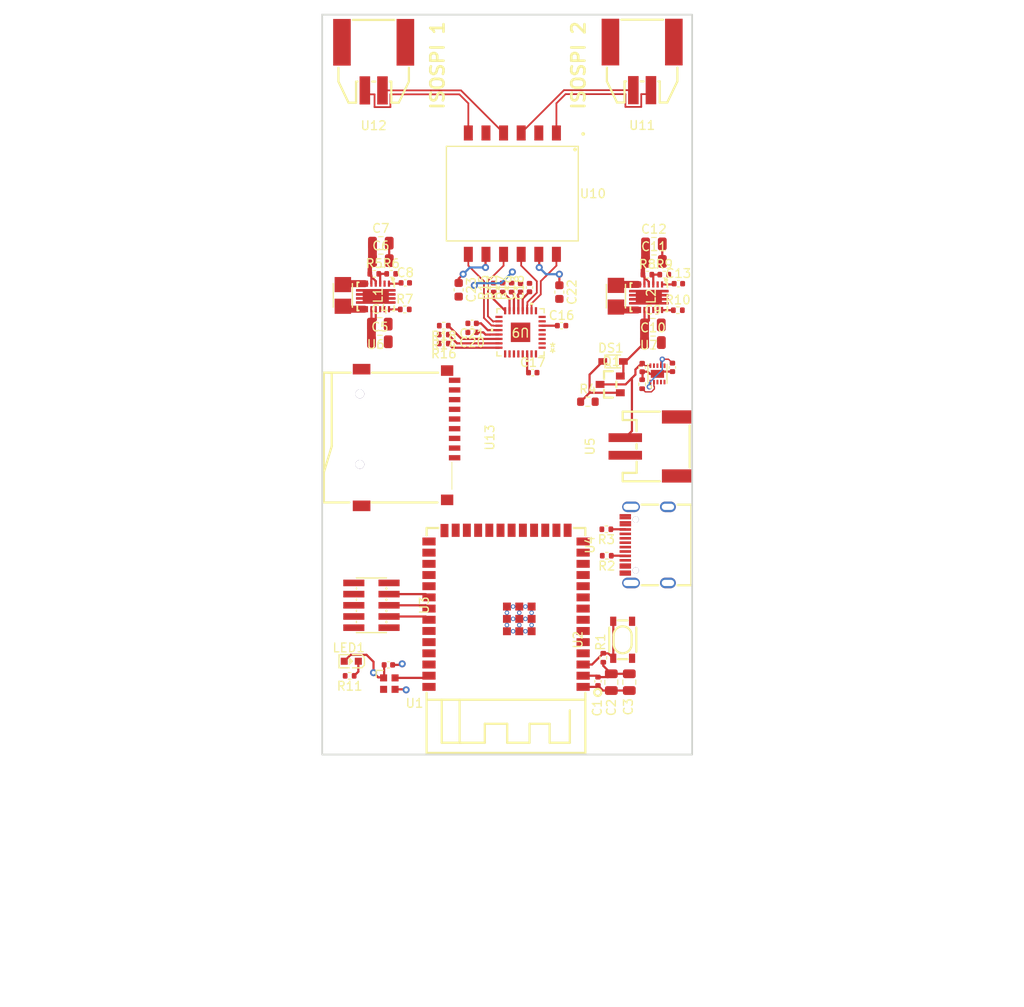
<source format=kicad_pcb>
(kicad_pcb (version 20240108) (generator "pcbnew") (generator_version "8.0")
  (layers (0 "F.Cu" signal) (1 "In1.Cu" signal) (2 "In2.Cu" signal) (31 "B.Cu" signal) (34 "B.Paste" user) (35 "F.Paste" user) (36 "B.SilkS" user "B.Silkscreen") (37 "F.SilkS" user "F.Silkscreen") (38 "B.Mask" user) (39 "F.Mask" user) (44 "Edge.Cuts" user))
  (net 0 "")
  (net 1 "usb_conn-vcc")
  (net 2 "battery_conn-vcc")
  (net 3 "ts")
  (net 4 "chg")
  (net 5 "preterm")
  (net 6 "iset")
  (net 7 "_charger.ic-pg")
  (net 8 "nc")
  (net 9 "uc.ic-gnd")
  (net 10 "tms")
  (net 11 "rxd0")
  (net 12 "io2")
  (net 13 "io16")
  (net 14 "io17")
  (net 15 "cs")
  (net 16 "io1")
  (net 17 "en")
  (net 18 "tck")
  (net 19 "uc.ic-mosi-1")
  (net 20 "uc.ic-sck")
  (net 21 "io38")
  (net 22 "io18")
  (net 23 "io45")
  (net 24 "io4")
  (net 25 "uc.ic-mosi")
  (net 26 "dm")
  (net 27 "io21")
  (net 28 "io0")
  (net 29 "io7")
  (net 30 "uc.ic-vcc")
  (net 31 "io8")
  (net 32 "uc.ic-miso-1")
  (net 33 "txd0")
  (net 34 "tdi")
  (net 35 "tdo")
  (net 36 "io14")
  (net 37 "uc.ic-miso")
  (net 38 "io6")
  (net 39 "uc.ic-sck-1")
  (net 40 "io15")
  (net 41 "io5")
  (net 42 "dp")
  (net 43 "io47")
  (net 44 "io48")
  (net 45 "_3v3_reg.ic-pg")
  (net 46 "_3v3_reg.ic-vina")
  (net 47 "power_prio-vcc")
  (net 48 "_3v3_reg.ic-l2")
  (net 49 "_3v3_reg.feedback_div-out")
  (net 50 "_3v3_reg.ic-l1")
  (net 51 "_5v_reg-vcc")
  (net 52 "_5v_reg.feedback_div-out")
  (net 53 "_5v_reg.ic-l2")
  (net 54 "_5v_reg.ic-pg")
  (net 55 "_5v_reg.ic-l1")
  (net 56 "_5v_reg.ic-vina")
  (net 57 "sub2")
  (net 58 "sub1")
  (net 59 "cc2")
  (net 60 "cc1")
  (net 61 "cd")
  (net 62 "dat1_rsv_")
  (net 63 "dat2_rsv_")
  (net 64 "iso_1_center")
  (net 65 "logic_2_center")
  (net 66 "logic_1_center")
  (net 67 "iso_2_center")
  (net 68 "isospi_hv_2+")
  (net 69 "rto")
  (net 70 "rto2")
  (net 71 "cathode")
  (net 72 "_led.ic-vcc")
  (net 73 "reset")
  (net 74 "_7")
  (net 75 "isospi_hv_1+")
  (net 76 "mstr")
  (net 77 "isospi_safe_1-")
  (net 78 "intr_2")
  (net 79 "intr_1")
  (net 80 "wake_2")
  (net 81 "xcvrmd2")
  (net 82 "phapol2")
  (net 83 "phapol")
  (net 84 "xcvrmd")
  (net 85 "mstr2")
  (net 86 "wake_1")
  (net 87 "isospi_hv_2-")
  (net 88 "isospi_safe_1+")
  (net 89 "isospi_hv_1-")
  (net 90 "isospi_safe_2+")
  (net 91 "isospi_safe_2-")
  (net 92 "io37")
  (net 93 "io36")
  (net 94 "io35")
  (footprint "lib:VSON-14_L4.0-W3.0-P0.50-BL-EP_TI_DSJ" (layer "F.Cu") (at 173.736 94.562 180)
    (property "Reference" "U7")
    (property "Value" "")
  )
  (footprint "lib:R0402" (layer "F.Cu") (at 142.564119 91.908756)
    (property "Reference" "R5")
    (property "Value" "62.5mW Thick Film Resistors 50V ±100ppm/℃ ±1% 25.5kΩ 0402  Chip Resistor - Surface Mount ROHS")
  )
  (footprint "lib:R0402" (layer "F.Cu") (at 139.768 137.548 180)
    (property "Reference" "R11")
    (property "Value" "62.5mW Thick Film Resistors 50V ±100ppm/℃ ±1% 330Ω 0402  Chip Resistor - Surface Mount ROHS")
  )
  (footprint "lib:R0402" (layer "F.Cu") (at 156.1211 93.466 90)
    (property "Reference" "R15")
    (property "Value" "0Ω")
  )
  (footprint "lib:C0805" (layer "F.Cu") (at 174.318755 90.497998)
    (property "Reference" "C11")
    (property "Value" "25V 10uF X5R ±10% 0805  Multilayer Ceramic Capacitors MLCC - SMD/SMT ROHS")
  )
  (footprint "lib:R0402" (layer "F.Cu") (at 146.024788 95.948101)
    (property "Reference" "R7")
    (property "Value" "62.5mW Thick Film Resistors 50V ±100ppm/℃ ±1% 1MΩ 0402  Chip Resistor - Surface Mount ROHS")
  )
  (footprint "lib:C0402" (layer "F.Cu") (at 160.556 103.124)
    (property "Reference" "C17")
    (property "Value" "16V 100nF X7R ±10% 0402  Multilayer Ceramic Capacitors MLCC - SMD/SMT ROHS")
  )
  (footprint "lib:R0402" (layer "F.Cu") (at 177.028143 96.037481)
    (property "Reference" "R10")
    (property "Value" "62.5mW Thick Film Resistors 50V ±100ppm/℃ ±1% 1MΩ 0402  Chip Resistor - Surface Mount ROHS")
  )
  (footprint "lib:R0402" (layer "F.Cu") (at 157.1371 93.468 90)
    (property "Reference" "R13")
    (property "Value" "0Ω")
  )
  (footprint "lib:C0402" (layer "F.Cu") (at 146.084861 92.934305)
    (property "Reference" "C8")
    (property "Value" "16V 100nF X7R ±10% 0402  Multilayer Ceramic Capacitors MLCC - SMD/SMT ROHS")
  )
  (footprint "lib:R0402" (layer "F.Cu") (at 158.1531 93.468 90)
    (property "Reference" "R17")
    (property "Value" "0Ω")
  )
  (footprint "lib:C0402" (layer "F.Cu") (at 176.41332 102.526812 -90)
    (property "Reference" "C14" (hide yes))
    (property "Value" "25V 1uF X5R ±10% 0402  Multilayer Ceramic Capacitors MLCC - SMD/SMT ROHS")
  )
  (footprint "lib:SMD-12_L14.8-W11.7-P2.00-LS14.7" (layer "F.Cu") (at 158.242 82.804 180)
    (property "Reference" "U10")
    (property "Value" "")
  )
  (footprint "lib:IND-SMD_L2.5-W2.0_WPN252012H" (layer "F.Cu") (at 170.000726 94.448218 -90)
    (property "Reference" "L2")
    (property "Value" "")
  )
  (footprint "lib:05-08-7057_ADI" (layer "F.Cu") (at 159.1691 98.548 180)
    (property "Reference" "U9")
    (property "Value" "")
  )
  (footprint "lib:R0402" (layer "F.Cu") (at 175.486627 91.998136)
    (property "Reference" "R9")
    (property "Value" "62.5mW Thick Film Resistors 50V ±100ppm/℃ ±1% 4.3kΩ 0402  Chip Resistor - Surface Mount ROHS")
  )
  (footprint "lib:C0603" (layer "F.Cu") (at 163.576 93.98 -90)
    (property "Reference" "C22")
    (property "Value" "50V 10nF X7R ±10% 0603  Multilayer Ceramic Capacitors MLCC - SMD/SMT ROHS")
  )
  (footprint "lib:R0402" (layer "F.Cu") (at 144.483272 91.908756)
    (property "Reference" "R6")
    (property "Value" "62.5mW Thick Film Resistors ±100ppm/℃ ±1% 2.8kΩ 0402  Chip Resistor - Surface Mount ROHS")
  )
  (footprint "lib:LED0603-RD" (layer "F.Cu") (at 139.954 135.89 180)
    (property "Reference" "LED1")
    (property "Value" "")
  )
  (footprint "lib:USB-C-SMD_KH-TYPE-C-16P" (layer "F.Cu") (at 173.482 122.682 90)
    (property "Reference" "U4")
    (property "Value" "")
  )
  (footprint "lib:C0402" (layer "F.Cu") (at 172.980249 102.546162 -90)
    (property "Reference" "C15" (hide yes))
    (property "Value" "25V 1uF X5R ±10% 0402  Multilayer Ceramic Capacitors MLCC - SMD/SMT ROHS")
  )
  (footprint "lib:KEY-SMD_4P-L4.2-W3.2-P2.20-LS4.6" (layer "F.Cu") (at 170.760657 133.45331 90)
    (property "Reference" "U2")
    (property "Value" "")
  )
  (footprint "lib:R0402" (layer "F.Cu") (at 172.975039 104.438325 90)
    (property "Reference" "R12" (hide yes))
    (property "Value" "62.5mW Thick Film Resistors 75V ±1% ±100ppm/℃ 576Ω 0402  Chip Resistor - Surface Mount ROHS")
  )
  (footprint "lib:C0402" (layer "F.Cu") (at 153.67 98.552 180)
    (property "Reference" "C20")
    (property "Value" "16V 100nF X7R ±10% 0402  Multilayer Ceramic Capacitors MLCC - SMD/SMT ROHS")
  )
  (footprint "lib:C0805" (layer "F.Cu") (at 143.201842 99.621802)
    (property "Reference" "C5")
    (property "Value" "25V 10uF X5R ±10% 0805  Multilayer Ceramic Capacitors MLCC - SMD/SMT ROHS")
  )
  (footprint "lib:C0402" (layer "F.Cu") (at 177.088216 93.023685)
    (property "Reference" "C13")
    (property "Value" "16V 100nF X7R ±10% 0402  Multilayer Ceramic Capacitors MLCC - SMD/SMT ROHS")
  )
  (footprint "lib:CONN-SMD_P2.00_S2B-PH-SM4-TB-LF-SN" (layer "F.Cu") (at 173.99 111.506 90)
    (property "Reference" "U5")
    (property "Value" "")
  )
  (footprint "lib:SOT-23_L2.9-W1.3-P1.90-LS2.4-BR" (layer "F.Cu") (at 169.347 104.46)
    (property "Reference" "Q1")
    (property "Value" "")
  )
  (footprint "lib:R0603" (layer "F.Cu") (at 166.815 106.426)
    (property "Reference" "R4")
    (property "Value" "100mW Thick Film Resistors 75V ±100ppm/℃ ±1% 10kΩ 0603  Chip Resistor - Surface Mount ROHS")
  )
  (footprint "lib:R0402" (layer "F.Cu") (at 150.4569 97.79 180)
    (property "Reference" "R18")
    (property "Value" "0Ω")
  )
  (footprint "lib:R0402" (layer "F.Cu") (at 168.959503 123.909051 180)
    (property "Reference" "R2")
    (property "Value" "62.5mW Thick Film Resistors 50V ±100ppm/℃ ±1% 4.7kΩ 0402  Chip Resistor - Surface Mount ROHS")
  )
  (footprint "lib:C0402" (layer "F.Cu") (at 160.1851 93.468 90)
    (property "Reference" "C18")
    (property "Value" "16V 100nF X7R ±10% 0402  Multilayer Ceramic Capacitors MLCC - SMD/SMT ROHS")
  )
  (footprint "lib:R0402" (layer "F.Cu") (at 168.564953 135.494314 90)
    (property "Reference" "R1")
    (property "Value" "62.5mW Thick Film Resistors 50V ±100ppm/℃ ±1% 10kΩ 0402  Chip Resistor - Surface Mount ROHS")
  )
  (footprint "lib:C0805" (layer "F.Cu") (at 171.515618 138.266232 -90)
    (property "Reference" "C3")
    (property "Value" "25V 10uF X5R ±10% 0805  Multilayer Ceramic Capacitors MLCC - SMD/SMT ROHS")
  )
  (footprint "lib:C0402" (layer "F.Cu") (at 159.1691 93.496 90)
    (property "Reference" "C19")
    (property "Value" "16V 100nF X7R ±10% 0402  Multilayer Ceramic Capacitors MLCC - SMD/SMT ROHS")
  )
  (footprint "lib:C0402" (layer "F.Cu") (at 144.163963 136.303858)
    (property "Reference" "C24" (hide yes))
    (property "Value" "16V 100nF X7R ±10% 0402  Multilayer Ceramic Capacitors MLCC - SMD/SMT ROHS")
  )
  (footprint "lib:R0402" (layer "F.Cu") (at 150.4569 99.822 180)
    (property "Reference" "R16")
    (property "Value" "0Ω")
  )
  (footprint "lib:LED-SMD_4P-L2.0-W2.0-BR" (layer "F.Cu") (at 144.272 138.43 180)
    (property "Reference" "U14" (hide yes))
    (property "Value" "")
  )
  (footprint "lib:C0603" (layer "F.Cu") (at 152.146 93.722 -90)
    (property "Reference" "C23")
    (property "Value" "50V 10nF X7R ±10% 0603  Multilayer Ceramic Capacitors MLCC - SMD/SMT ROHS")
  )
  (footprint "lib:C0805" (layer "F.Cu") (at 174.205197 99.711182)
    (property "Reference" "C10")
    (property "Value" "25V 10uF X5R ±10% 0805  Multilayer Ceramic Capacitors MLCC - SMD/SMT ROHS")
  )
  (footprint "lib:R0402" (layer "F.Cu") (at 168.91243 120.908405 180)
    (property "Reference" "R3")
    (property "Value" "62.5mW Thick Film Resistors 50V ±100ppm/℃ ±1% 4.7kΩ 0402  Chip Resistor - Surface Mount ROHS")
  )
  (footprint "lib:WIRELM-SMD_ESP32-S3-WROOM-1" (layer "F.Cu") (at 157.5245 129.9125 180)
    (property "Reference" "U1")
    (property "Value" "")
  )
  (footprint "lib:SOD-323_L1.8-W1.3-LS2.5-RD" (layer "F.Cu") (at 169.672 101.854 180)
    (property "Reference" "DS1")
    (property "Value" "")
  )
  (footprint "lib:VSON-14_L4.0-W3.0-P0.50-BL-EP_TI_DSJ" (layer "F.Cu") (at 142.732645 94.47262 180)
    (property "Reference" "U6")
    (property "Value" "")
  )
  (footprint "lib:C0805" (layer "F.Cu") (at 169.473239 138.266232 -90)
    (property "Reference" "C2")
    (property "Value" "25V 10uF X5R ±10% 0805  Multilayer Ceramic Capacitors MLCC - SMD/SMT ROHS")
  )
  (footprint "lib:R0402" (layer "F.Cu") (at 150.4569 98.806 180)
    (property "Reference" "R14")
    (property "Value" "0Ω")
  )
  (footprint "lib:C0402" (layer "F.Cu") (at 167.959916 138.170132 -90)
    (property "Reference" "C1")
    (property "Value" "16V 100nF X7R ±10% 0402  Multilayer Ceramic Capacitors MLCC - SMD/SMT ROHS")
  )
  (footprint "lib:R0402" (layer "F.Cu") (at 173.567474 91.998136)
    (property "Reference" "R8")
    (property "Value" "62.5mW Thick Film Resistors 50V ±100ppm/℃ ±1% 23.7kΩ 0402  Chip Resistor - Surface Mount ROHS")
  )
  (footprint "lib:C0805" (layer "F.Cu") (at 174.193355 97.707406)
    (property "Reference" "C9")
    (property "Value" "25V 10uF X5R ±10% 0805  Multilayer Ceramic Capacitors MLCC - SMD/SMT ROHS")
  )
  (footprint "lib:C0402" (layer "F.Cu") (at 163.83 97.79)
    (property "Reference" "C16")
    (property "Value" "16V 100nF X7R ±10% 0402  Multilayer Ceramic Capacitors MLCC - SMD/SMT ROHS")
  )
  (footprint "lib:TF-SMD_TF-01A" (layer "F.Cu") (at 146.4035 110.49 -90)
    (property "Reference" "U13")
    (property "Value" "")
  )
  (footprint "lib:C0805" (layer "F.Cu") (at 174.310095 88.512118)
    (property "Reference" "C12")
    (property "Value" "25V 10uF X5R ±10% 0805  Multilayer Ceramic Capacitors MLCC - SMD/SMT ROHS")
  )
  (footprint "lib:C0805" (layer "F.Cu") (at 143.3154 90.408618)
    (property "Reference" "C6")
    (property "Value" "25V 10uF X5R ±10% 0805  Multilayer Ceramic Capacitors MLCC - SMD/SMT ROHS")
  )
  (footprint "lib:CONN-SMD_2P-P2.00_MOLEX_5023520201" (layer "F.Cu") (at 172.974 68.326 180)
    (property "Reference" "U11")
    (property "Value" "")
  )
  (footprint "lib:HDR-SMD_10P-P1.27-V-M-R2-C5-LS5.3" (layer "F.Cu") (at 142.24 129.54 -90)
    (property "Reference" "U3")
    (property "Value" "")
  )
  (footprint "lib:C0805" (layer "F.Cu") (at 143.30674 88.422738)
    (property "Reference" "C7")
    (property "Value" "25V 10uF X5R ±10% 0805  Multilayer Ceramic Capacitors MLCC - SMD/SMT ROHS")
  )
  (footprint "lib:CONN-SMD_2P-P2.00_MOLEX_5023520201" (layer "F.Cu") (at 142.494 68.3505 180)
    (property "Reference" "U12")
    (property "Value" "")
  )
  (footprint "lib:IND-SMD_L2.5-W2.0_WPN252012H" (layer "F.Cu") (at 138.997371 94.358838 -90)
    (property "Reference" "L1")
    (property "Value" "")
  )
  (footprint "lib:C0402" (layer "F.Cu") (at 153.67 97.532 180)
    (property "Reference" "C21")
    (property "Value" "16V 100nF X7R ±10% 0402  Multilayer Ceramic Capacitors MLCC - SMD/SMT ROHS")
  )
  (footprint "lib:C0805" (layer "F.Cu") (at 143.19 97.618026)
    (property "Reference" "C4")
    (property "Value" "25V 10uF X5R ±10% 0805  Multilayer Ceramic Capacitors MLCC - SMD/SMT ROHS")
  )
  (footprint "lib:WSON-10_L2.0-W2.0-P0.40-BL-EP" (layer "F.Cu") (at 174.711698 103.263982)
    (property "Reference" "U8" (hide yes))
    (property "Value" "")
  )
  (gr_rect (start 136.652 62.484) (end 178.652 146.484) (stroke (width 0.2)) (fill none) (layer "Edge.Cuts"))
  (gr_text "ISOSPI 1" (at 150.622 73.406 90) (layer "F.SilkS") (effects (font (size 1.5 1.5) (thickness 0.3) (bold yes)) (justify left bottom)))
  (gr_text "ISOSPI 2" (at 166.624 73.406 90) (layer "F.SilkS") (effects (font (size 1.5 1.5) (thickness 0.3) (bold yes)) (justify left bottom)))
  (segment (start 167.006 105.41) (end 165.99 106.426) (width 0.25) (layer "F.Cu") (net 1))
  (segment (start 175.966508 101.6) (end 175.26 101.6) (width 0.15) (layer "F.Cu") (net 1))
  (segment (start 173.790266 104.734376) (end 173.911698 104.612944) (width 0.15) (layer "F.Cu") (net 1))
  (segment (start 176.41332 102.046812) (end 175.966508 101.6) (width 0.15) (layer "F.Cu") (net 1))
  (segment (start 167.006 103.35) (end 167.006 105.41) (width 0.25) (layer "F.Cu") (net 1))
  (segment (start 175.111698 101.748302) (end 175.111698 102.333982) (width 0.15) (layer "F.Cu") (net 1))
  (segment (start 175.26 101.6) (end 175.111698 101.748302) (width 0.15) (layer "F.Cu") (net 1))
  (segment (start 173.911698 104.612944) (end 173.911698 104.193982) (width 0.15) (layer "F.Cu") (net 1))
  (segment (start 170.497 105.41) (end 167.006 105.41) (width 0.25) (layer "F.Cu") (net 1))
  (segment (start 168.502 101.854) (end 167.006 103.35) (width 0.25) (layer "F.Cu") (net 1))
  (via (at 175.26 101.6) (size 0.6) (drill 0.3) (layers "F.Cu" "B.Cu") (net 1))
  (via (at 173.790266 104.734376) (size 0.6) (drill 0.3) (layers "F.Cu" "B.Cu") (net 1))
  (segment (start 173.790266 104.734376) (end 173.790266 104.271027) (width 0.15) (layer "B.Cu") (net 1))
  (segment (start 175.26 102.801293) (end 175.26 101.6) (width 0.15) (layer "B.Cu") (net 1))
  (segment (start 173.790266 104.271027) (end 175.26 102.801293) (width 0.15) (layer "B.Cu") (net 1))
  (segment (start 173.302099 102.333982) (end 173.027482 102.059365) (width 0.15) (layer "F.Cu") (net 2))
  (segment (start 172.212 103.345) (end 172.212 102.772003) (width 0.25) (layer "F.Cu") (net 2))
  (segment (start 171.06 110.506) (end 171.8145 109.7515) (width 0.25) (layer "F.Cu") (net 2))
  (segment (start 171.8145 103.7425) (end 172.212 103.345) (width 0.25) (layer "F.Cu") (net 2))
  (segment (start 168.197 104.46) (end 171.097 104.46) (width 0.25) (layer "F.Cu") (net 2))
  (segment (start 173.911698 102.333982) (end 173.302099 102.333982) (width 0.15) (layer "F.Cu") (net 2))
  (segment (start 172.681515 102.302488) (end 172.991514 102.302488) (width 0.25) (layer "F.Cu") (net 2))
  (segment (start 171.8145 109.7515) (end 171.8145 103.7425) (width 0.25) (layer "F.Cu") (net 2))
  (segment (start 173.911698 102.333982) (end 173.911698 102.168656) (width 0.15) (layer "F.Cu") (net 2))
  (segment (start 171.097 104.46) (end 171.8145 103.7425) (width 0.25) (layer "F.Cu") (net 2))
  (segment (start 172.212 102.772003) (end 172.681515 102.302488) (width 0.25) (layer "F.Cu") (net 2))
  (segment (start 174.715066 102.330614) (end 174.711698 102.333982) (width 0.15) (layer "F.Cu") (net 4))
  (segment (start 174.364766 104.723982) (end 174.311698 104.670914) (width 0.15) (layer "F.Cu") (net 6))
  (segment (start 173.021585 104.947614) (end 173.217953 105.143982) (width 0.15) (layer "F.Cu") (net 6))
  (segment (start 173.337356 105.310642) (end 174.027939 105.310642) (width 0.15) (layer "F.Cu") (net 6))
  (segment (start 174.311698 104.670914) (end 174.311698 104.193982) (width 0.15) (layer "F.Cu") (net 6))
  (segment (start 174.027939 105.310642) (end 174.364766 104.973815) (width 0.15) (layer "F.Cu") (net 6))
  (segment (start 174.364766 104.973815) (end 174.364766 104.723982) (width 0.15) (layer "F.Cu") (net 6))
  (segment (start 172.975039 104.948325) (end 173.337356 105.310642) (width 0.15) (layer "F.Cu") (net 6))
  (segment (start 171.515618 139.216232) (end 169.473239 139.216232) (width 0.25) (layer "F.Cu") (net 9))
  (segment (start 167.807548 138.8025) (end 167.959916 138.650132) (width 0.25) (layer "F.Cu") (net 9))
  (segment (start 175.260095 90.489338) (end 175.268755 90.497998) (width 0.25) (layer "F.Cu") (net 9))
  (segment (start 144.25674 90.399958) (end 144.2654 90.408618) (width 0.25) (layer "F.Cu") (net 9))
  (segment (start 173.021585 103.927614) (end 173.021585 103.025262) (width 0.25) (layer "F.Cu") (net 9))
  (segment (start 173.847043 103.263982) (end 173.602426 103.019365) (width 0.25) (layer "F.Cu") (net 9))
  (segment (start 144.25674 88.422738) (end 144.25674 90.399958) (width 0.25) (layer "F.Cu") (net 9))
  (segment (start 173.021585 103.025262) (end 173.027482 103.019365) (width 0.25) (layer "F.Cu") (net 9))
  (segment (start 146.122683 139.08) (end 146.181539 139.138856) (width 0.25) (layer "F.Cu") (net 9))
  (segment (start 173.602426 103.019365) (end 173.027482 103.019365) (width 0.25) (layer "F.Cu") (net 9))
  (segment (start 168.526016 139.216232) (end 167.959916 138.650132) (width 0.25) (layer "F.Cu") (net 9))
  (segment (start 166.2745 138.8025) (end 167.807548 138.8025) (width 0.25) (layer "F.Cu") (net 9))
  (segment (start 144.643963 136.303858) (end 145.617575 136.303858) (width 0.25) (layer "F.Cu") (net 9))
  (segment (start 175.260095 88.512118) (end 175.260095 90.489338) (width 0.25) (layer "F.Cu") (net 9))
  (segment (start 174.968868 103.006812) (end 174.711698 103.263982) (width 0.25) (layer "F.Cu") (net 9))
  (segment (start 176.41332 103.006812) (end 174.968868 103.006812) (width 0.25) (layer "F.Cu") (net 9))
  (segment (start 174.711698 103.263982) (end 173.847043 103.263982) (width 0.25) (layer "F.Cu") (net 9))
  (segment (start 169.473239 139.216232) (end 168.526016 139.216232) (width 0.25) (layer "F.Cu") (net 9))
  (segment (start 145.617575 136.303858) (end 145.734307 136.187126) (width 0.25) (layer "F.Cu") (net 9))
  (segment (start 144.922 139.08) (end 146.122683 139.08) (width 0.25) (layer "F.Cu") (net 9))
  (via (at 145.734307 136.187126) (size 0.8) (drill 0.4) (layers "F.Cu" "B.Cu") (net 9))
  (via (at 158.242 91.694) (size 0.8) (drill 0.4) (layers "F.Cu" "B.Cu") (net 9))
  (via (at 146.181539 139.138856) (size 0.8) (drill 0.4) (layers "F.Cu" "B.Cu") (net 9))
  (via (at 153.924 93.218) (size 0.8) (drill 0.4) (layers "F.Cu" "B.Cu") (net 9))
  (segment (start 154.178 92.964) (end 156.972 92.964) (width 0.25) (layer "B.Cu") (net 9))
  (segment (start 156.972 92.964) (end 158.242 91.694) (width 0.25) (layer "B.Cu") (net 9))
  (segment (start 153.924 93.218) (end 154.178 92.964) (width 0.25) (layer "B.Cu") (net 9))
  (segment (start 144.922 137.78) (end 148.527 137.78) (width 0.25) (layer "F.Cu") (net 16))
  (segment (start 148.527 137.78) (end 148.7745 137.5325) (width 0.25) (layer "F.Cu") (net 16))
  (segment (start 168.581234 135.000595) (end 168.564953 134.984314) (width 0.25) (layer "F.Cu") (net 17))
  (segment (start 168.564953 134.984314) (end 167.286767 136.2625) (width 0.25) (layer "F.Cu") (net 17))
  (segment (start 169.138267 135.000595) (end 168.581234 135.000595) (width 0.25) (layer "F.Cu") (net 17))
  (segment (start 167.286767 136.2625) (end 166.2745 136.2625) (width 0.25) (layer "F.Cu") (net 17))
  (segment (start 169.701606 131.363934) (end 169.701606 135.563934) (width 0.25) (layer "F.Cu") (net 17))
  (segment (start 169.701606 135.563934) (end 169.138267 135.000595) (width 0.25) (layer "F.Cu") (net 17))
  (segment (start 148.402 128.27) (end 148.7745 128.6425) (width 0.25) (layer "F.Cu") (net 18))
  (segment (start 144.24 128.27) (end 148.402 128.27) (width 0.25) (layer "F.Cu") (net 18))
  (segment (start 143.683963 137.718037) (end 143.622 137.78) (width 0.25) (layer "F.Cu") (net 30))
  (segment (start 167.959916 137.690132) (end 169.099339 137.690132) (width 0.25) (layer "F.Cu") (net 30))
  (segment (start 173.736 93.112) (end 173.736 92.82171) (width 0.25) (layer "F.Cu") (net 30))
  (segment (start 173.736 92.82171) (end 173.057474 92.143184) (width 0.25) (layer "F.Cu") (net 30))
  (segment (start 142.47846 137.188925) (end 143.007572 137.718037) (width 0.25) (layer "F.Cu") (net 30))
  (segment (start 168.564953 136.407946) (end 169.473239 137.316232) (width 0.25) (layer "F.Cu") (net 30))
  (segment (start 143.683963 136.303858) (end 143.683963 137.718037) (width 0.25) (layer "F.Cu") (net 30))
  (segment (start 159.919101 102.967101) (end 159.919101 100.9991) (width 0.25) (layer "F.Cu") (net 30))
  (segment (start 173.236 92.176662) (end 173.236 93.112) (width 0.25) (layer "F.Cu") (net 30))
  (segment (start 173.057474 91.998136) (end 173.236 92.176662) (width 0.25) (layer "F.Cu") (net 30))
  (segment (start 166.2745 137.5325) (end 167.802284 137.5325) (width 0.25) (layer "F.Cu") (net 30))
  (segment (start 168.564953 136.004314) (end 168.564953 136.407946) (width 0.25) (layer "F.Cu") (net 30))
  (segment (start 173.057474 91.998136) (end 173.057474 90.809279) (width 0.5) (layer "F.Cu") (net 30))
  (segment (start 161.6202 97.797999) (end 163.342001 97.797999) (width 0.25) (layer "F.Cu") (net 30))
  (segment (start 141.688963 135.165) (end 142.47846 135.954497) (width 0.25) (layer "F.Cu") (net 30))
  (segment (start 163.342001 97.797999) (end 163.35 97.79) (width 0.25) (layer "F.Cu") (net 30))
  (segment (start 167.802284 137.5325) (end 167.959916 137.690132) (width 0.25) (layer "F.Cu") (net 30))
  (segment (start 173.360095 88.512118) (end 173.360095 90.489338) (width 1) (layer "F.Cu") (net 30))
  (segment (start 139.154 135.89) (end 139.879 135.165) (width 0.25) (layer "F.Cu") (net 30))
  (segment (start 169.099339 137.690132) (end 169.473239 137.316232) (width 0.25) (layer "F.Cu") (net 30))
  (segment (start 173.360095 90.489338) (end 173.368755 90.497998) (width 0.25) (layer "F.Cu") (net 30))
  (segment (start 173.057474 92.143184) (end 173.057474 91.998136) (width 0.25) (layer "F.Cu") (net 30))
  (segment (start 160.076 103.124) (end 159.919101 102.967101) (width 0.25) (layer "F.Cu") (net 30))
  (segment (start 173.057474 90.809279) (end 173.368755 90.497998) (width 0.25) (layer "F.Cu") (net 30))
  (segment (start 142.47846 135.954497) (end 142.47846 137.188925) (width 0.25) (layer "F.Cu") (net 30))
  (segment (start 139.879 135.165) (end 141.688963 135.165) (width 0.25) (layer "F.Cu") (net 30))
  (segment (start 171.515618 137.316232) (end 169.473239 137.316232) (width 0.25) (layer "F.Cu") (net 30))
  (segment (start 143.007572 137.718037) (end 143.683963 137.718037) (width 0.25) (layer "F.Cu") (net 30))
  (via (at 142.47846 137.188925) (size 0.8) (drill 0.4) (layers "F.Cu" "B.Cu") (net 30))
  (segment (start 148.402 130.81) (end 148.7745 131.1825) (width 0.25) (layer "F.Cu") (net 34))
  (segment (start 144.24 130.81) (end 148.402 130.81) (width 0.25) (layer "F.Cu") (net 34))
  (segment (start 148.402 129.54) (end 148.7745 129.9125) (width 0.25) (layer "F.Cu") (net 35))
  (segment (start 144.24 129.54) (end 148.402 129.54) (width 0.25) (layer "F.Cu") (net 35))
  (segment (start 175.261481 96.037481) (end 175.236 96.012) (width 0.25) (layer "F.Cu") (net 45))
  (segment (start 176.518143 96.037481) (end 175.261481 96.037481) (width 0.25) (layer "F.Cu") (net 45))
  (segment (start 175.236 93.112) (end 176.519901 93.112) (width 0.25) (layer "F.Cu") (net 46))
  (segment (start 176.519901 93.112) (end 176.608216 93.023685) (width 0.25) (layer "F.Cu") (net 46))
  (segment (start 142.732645 95.92262) (end 142.732645 97.125381) (width 0.25) (layer "F.Cu") (net 47))
  (segment (start 173.236 99.691985) (end 173.255197 99.711182) (width 0.25) (layer "F.Cu") (net 47))
  (segment (start 170.842 101.854) (end 170.842 103.165) (width 0.25) (layer "F.Cu") (net 47))
  (segment (start 170.842 103.165) (end 170.497 103.51) (width 0.25) (layer "F.Cu") (net 47))
  (segment (start 142.232645 99.602605) (end 142.251842 99.621802) (width 0.25) (layer "F.Cu") (net 47))
  (segment (start 171.112379 101.854) (end 173.255197 99.711182) (width 0.25) (layer "F.Cu") (net 47))
  (segment (start 173.736 96.012) (end 173.736 97.214761) (width 0.25) (layer "F.Cu") (net 47))
  (segment (start 142.732645 97.125381) (end 142.24 97.618026) (width 0.25) (layer "F.Cu") (net 47))
  (segment (start 173.243355 97.707406) (end 173.243355 96.019355) (width 0.25) (layer "F.Cu") (net 47))
  (segment (start 142.24 97.618026) (end 142.24 95.929975) (width 0.25) (layer "F.Cu") (net 47))
  (segment (start 142.24 95.929975) (end 142.232645 95.92262) (width 0.25) (layer "F.Cu") (net 47))
  (segment (start 173.736 97.214761) (end 173.243355 97.707406) (width 0.25) (layer "F.Cu") (net 47))
  (segment (start 142.24 99.60996) (end 142.251842 99.621802) (width 0.25) (layer "F.Cu") (net 47))
  (segment (start 173.243355 97.707406) (end 173.243355 99.69934) (width 1) (layer "F.Cu") (net 47))
  (segment (start 173.243355 99.69934) (end 173.255197 99.711182) (width 0.25) (layer "F.Cu") (net 47))
  (segment (start 173.243355 96.019355) (end 173.236 96.012) (width 0.25) (layer "F.Cu") (net 47))
  (segment (start 170.842 101.854) (end 171.112379 101.854) (width 0.25) (layer "F.Cu") (net 47))
  (segment (start 142.24 97.618026) (end 142.24 99.60996) (width 1) (layer "F.Cu") (net 47))
  (segment (start 172.501 93.112) (end 170.106944 93.112) (width 0.8) (layer "F.Cu") (net 48))
  (segment (start 170.106944 93.112) (end 170.000726 93.218218) (width 0.25) (layer "F.Cu") (net 48))
  (segment (start 174.976627 91.998136) (end 174.077474 91.998136) (width 0.25) (layer "F.Cu") (net 49))
  (segment (start 174.077474 91.998136) (end 174.236 92.156662) (width 0.25) (layer "F.Cu") (net 49))
  (segment (start 174.236 92.156662) (end 174.236 93.112) (width 0.25) (layer "F.Cu") (net 49))
  (segment (start 170.334508 96.012) (end 170.000726 95.678218) (width 0.25) (layer "F.Cu") (net 50))
  (segment (start 172.451 96.012) (end 170.334508 96.012) (width 0.8) (layer "F.Cu") (net 50))
  (segment (start 158.9191 94.480396) (end 158.9191 96.0969) (width 0.25) (layer "F.Cu") (net 51))
  (segment (start 159.1691 93.976) (end 158.869099 94.276001) (width 0.25) (layer "F.Cu") (net 51))
  (segment (start 154.15 97.532) (end 154.682 97.532) (width 0.25) (layer "F.Cu") (net 51))
  (segment (start 142.35674 88.422738) (end 142.35674 90.399958) (width 1) (layer "F.Cu") (net 51))
  (segment (start 142.35674 90.399958) (end 142.3654 90.408618) (width 0.25) (layer "F.Cu") (net 51))
  (segment (start 154.15 98.552) (end 154.94 98.552) (width 0.25) (layer "F.Cu") (net 51))
  (segment (start 142.054119 91.908756) (end 142.054119 90.719899) (width 0.5) (layer "F.Cu") (net 51))
  (segment (start 160.1851 93.948) (end 159.4191 94.714) (width 0.25) (layer "F.Cu") (net 51))
  (segment (start 154.682 97.532) (end 155.448 98.298) (width 0.25) (layer "F.Cu") (net 51))
  (segment (start 158.869099 94.430395) (end 158.9191 94.480396) (width 0.25) (layer "F.Cu") (net 51))
  (segment (start 142.054119 92.053804) (end 142.054119 91.908756) (width 0.25) (layer "F.Cu") (net 51))
  (segment (start 155.702 98.806) (end 155.71 98.798) (width 0.25) (layer "F.Cu") (net 51))
  (segment (start 155.194 98.806) (end 155.702 98.806) (width 0.25) (layer "F.Cu") (net 51))
  (segment (start 159.4191 94.714) (end 159.4191 96.0969) (width 0.25) (layer "F.Cu") (net 51))
  (segment (start 158.869099 94.276001) (end 158.869099 94.430395) (width 0.25) (layer "F.Cu") (net 51))
  (segment (start 142.732645 93.02262) (end 142.732645 92.73233) (width 0.25) (layer "F.Cu") (net 51))
  (segment (start 155.71 98.798) (end 156.718 98.798) (width 0.25) (layer "F.Cu") (net 51))
  (segment (start 142.054119 91.908756) (end 142.232645 92.087282) (width 0.25) (layer "F.Cu") (net 51))
  (segment (start 142.054119 90.719899) (end 142.3654 90.408618) (width 0.25) (layer "F.Cu") (net 51))
  (segment (start 155.448 98.298) (end 156.718 98.298) (width 0.25) (layer "F.Cu") (net 51))
  (segment (start 142.732645 92.73233) (end 142.054119 92.053804) (width 0.25) (layer "F.Cu") (net 51))
  (segment (start 142.232645 92.087282) (end 142.232645 93.02262) (width 0.25) (layer "F.Cu") (net 51))
  (segment (start 154.94 98.552) (end 155.194 98.806) (width 0.25) (layer "F.Cu") (net 51))
  (segment (start 143.074119 91.908756) (end 143.232645 92.067282) (width 0.25) (layer "F.Cu") (net 52))
  (segment (start 143.232645 92.067282) (end 143.232645 93.02262) (width 0.25) (layer "F.Cu") (net 52))
  (segment (start 143.973272 91.908756) (end 143.074119 91.908756) (width 0.25) (layer "F.Cu") (net 52))
  (segment (start 141.497645 93.02262) (end 139.103589 93.02262) (width 0.8) (layer "F.Cu") (net 53))
  (segment (start 139.103589 93.02262) (end 138.997371 93.128838) (width 0.25) (layer "F.Cu") (net 53))
  (segment (start 145.514788 95.948101) (end 144.258126 95.948101) (width 0.25) (layer "F.Cu") (net 54))
  (segment (start 144.258126 95.948101) (end 144.232645 95.92262) (width 0.25) (layer "F.Cu") (net 54))
  (segment (start 139.331153 95.92262) (end 138.997371 95.588838) (width 0.25) (layer "F.Cu") (net 55))
  (segment (start 141.447645 95.92262) (end 139.331153 95.92262) (width 0.8) (layer "F.Cu") (net 55))
  (segment (start 145.516546 93.02262) (end 145.604861 92.934305) (width 0.25) (layer "F.Cu") (net 56))
  (segment (start 144.232645 93.02262) (end 145.516546 93.02262) (width 0.25) (layer "F.Cu") (net 56))
  (segment (start 171.038405 120.908405) (end 171.062 120.932) (width 0.25) (layer "F.Cu") (net 59))
  (segment (start 169.42243 120.908405) (end 171.038405 120.908405) (width 0.25) (layer "F.Cu") (net 59))
  (segment (start 169.469503 123.909051) (end 171.039051 123.909051) (width 0.25) (layer "F.Cu") (net 60))
  (segment (start 171.039051 123.909051) (end 171.062 123.932) (width 0.25) (layer "F.Cu") (net 60))
  (segment (start 155.194 91.186) (end 155.194 89.742) (width 0.25) (layer "F.Cu") (net 65))
  (segment (start 155.194 89.742) (end 155.242 89.694) (width 0.25) (layer "F.Cu") (net 65))
  (segment (start 152.146 92.947) (end 152.146 92.456) (width 0.25) (layer "F.Cu") (net 65))
  (segment (start 152.146 92.456) (end 152.654 91.948) (width 0.25) (layer "F.Cu") (net 65))
  (via (at 152.654 91.948) (size 0.8) (drill 0.4) (layers "F.Cu" "B.Cu") (net 65))
  (via (at 155.194 91.186) (size 0.8) (drill 0.4) (layers "F.Cu" "B.Cu") (net 65))
  (segment (start 152.654 91.948) (end 153.416 91.186) (width 0.25) (layer "B.Cu") (net 65))
  (segment (start 153.416 91.186) (end 155.194 91.186) (width 0.25) (layer "B.Cu") (net 65))
  (segment (start 161.29 91.186) (end 161.29 89.742) (width 0.25) (layer "F.Cu") (net 66))
  (segment (start 161.29 89.742) (end 161.242 89.694) (width 0.25) (layer "F.Cu") (net 66))
  (segment (start 163.576 93.205) (end 163.576 91.948) (width 0.25) (layer "F.Cu") (net 66))
  (via (at 163.576 91.948) (size 0.8) (drill 0.4) (layers "F.Cu" "B.Cu") (net 66))
  (via (at 161.29 91.186) (size 0.8) (drill 0.4) (layers "F.Cu" "B.Cu") (net 66))
  (segment (start 162.052 91.948) (end 161.29 91.186) (width 0.25) (layer "B.Cu") (net 66))
  (segment (start 161.29 91.186) (end 161.417 91.313) (width 0.25) (layer "B.Cu") (net 66))
  (segment (start 163.576 91.948) (end 162.052 91.948) (width 0.25) (layer "B.Cu") (net 66))
  (segment (start 153.242 72.550397) (end 153.242 75.914) (width 0.2) (layer "F.Cu") (net 68))
  (segment (start 142.594 71.5305) (end 142.594 72.9805) (width 0.2) (layer "F.Cu") (net 68))
  (segment (start 152.222103 71.5305) (end 153.242 72.550397) (width 0.2) (layer "F.Cu") (net 68))
  (segment (start 144.394 71.5305) (end 152.222103 71.5305) (width 0.2) (layer "F.Cu") (net 68))
  (segment (start 141.494 71.0805) (end 141.944 71.5305) (width 0.2) (layer "F.Cu") (net 68))
  (segment (start 144.394 72.9805) (end 144.394 71.5305) (width 0.2) (layer "F.Cu") (net 68))
  (segment (start 142.594 72.9805) (end 144.394 72.9805) (width 0.2) (layer "F.Cu") (net 68))
  (segment (start 141.944 71.5305) (end 142.594 71.5305) (width 0.2) (layer "F.Cu") (net 68))
  (segment (start 157.9191 94.76) (end 157.9191 96.0969) (width 0.25) (layer "F.Cu") (net 69))
  (segment (start 157.1371 93.978) (end 157.9191 94.76) (width 0.25) (layer "F.Cu") (net 69))
  (segment (start 151.9589 99.798) (end 156.718 99.798) (width 0.25) (layer "F.Cu") (net 70))
  (segment (start 150.9669 98.806) (end 151.9589 99.798) (width 0.25) (layer "F.Cu") (net 70))
  (segment (start 140.754 137.072) (end 140.278 137.548) (width 0.25) (layer "F.Cu") (net 71))
  (segment (start 140.754 135.89) (end 140.754 137.072) (width 0.25) (layer "F.Cu") (net 71))
  (segment (start 171.974 71.056) (end 164.1 71.056) (width 0.2) (layer "F.Cu") (net 75))
  (segment (start 164.1 71.056) (end 159.242 75.914) (width 0.2) (layer "F.Cu") (net 75))
  (segment (start 161.467 94.238481) (end 160.3941 95.311381) (width 0.2) (layer "F.Cu") (net 77))
  (segment (start 160.3941 95.462299) (end 160.4191 95.487299) (width 0.2) (layer "F.Cu") (net 77))
  (segment (start 161.997404 92.21) (end 161.467 92.740404) (width 0.2) (layer "F.Cu") (net 77))
  (segment (start 161.467 92.740404) (end 161.467 94.238481) (width 0.2) (layer "F.Cu") (net 77))
  (segment (start 162.008501 92.21) (end 161.997404 92.21) (width 0.2) (layer "F.Cu") (net 77))
  (segment (start 160.3941 95.311381) (end 160.3941 95.462299) (width 0.2) (layer "F.Cu") (net 77))
  (segment (start 163.242 89.694) (end 163.242 90.976501) (width 0.2) (layer "F.Cu") (net 77))
  (segment (start 163.242 90.976501) (end 162.008501 92.21) (width 0.2) (layer "F.Cu") (net 77))
  (segment (start 160.4191 95.487299) (end 160.4191 96.0969) (width 0.2) (layer "F.Cu") (net 77))
  (segment (start 150.9669 99.822) (end 151.442899 100.297999) (width 0.25) (layer "F.Cu") (net 81))
  (segment (start 151.442899 100.297999) (end 156.718 100.297999) (width 0.25) (layer "F.Cu") (net 81))
  (segment (start 152.474901 99.298001) (end 156.718 99.298001) (width 0.25) (layer "F.Cu") (net 82))
  (segment (start 150.9669 97.79) (end 152.474901 99.298001) (width 0.25) (layer "F.Cu") (net 82))
  (segment (start 158.419099 94.243999) (end 158.419099 96.0969) (width 0.25) (layer "F.Cu") (net 83))
  (segment (start 158.1531 93.978) (end 158.419099 94.243999) (width 0.25) (layer "F.Cu") (net 83))
  (segment (start 156.1211 94.798899) (end 157.419101 96.0969) (width 0.25) (layer "F.Cu") (net 84))
  (segment (start 156.1211 93.976) (end 156.1211 94.798899) (width 0.25) (layer "F.Cu") (net 84))
  (segment (start 152.4085 71.0805) (end 157.242 75.914) (width 0.2) (layer "F.Cu") (net 87))
  (segment (start 143.494 71.0805) (end 152.4085 71.0805) (width 0.2) (layer "F.Cu") (net 87))
  (segment (start 159.242 90.976501) (end 161.017 92.751501) (width 0.2) (layer "F.Cu") (net 88))
  (segment (start 161.017 94.052081) (end 159.944101 95.12498) (width 0.2) (layer "F.Cu") (net 88))
  (segment (start 159.944101 95.462299) (end 159.919101 95.487299) (width 0.2) (layer "F.Cu") (net 88))
  (segment (start 159.944101 95.12498) (end 159.944101 95.462299) (width 0.2) (layer "F.Cu") (net 88))
  (segment (start 159.242 89.694) (end 159.242 90.976501) (width 0.2) (layer "F.Cu") (net 88))
  (segment (start 161.017 92.751501) (end 161.017 94.052081) (width 0.2) (layer "F.Cu") (net 88))
  (segment (start 159.919101 95.487299) (end 159.919101 96.0969) (width 0.2) (layer "F.Cu") (net 88))
  (segment (start 172.874 72.956) (end 171.074 72.956) (width 0.2) (layer "F.Cu") (net 89))
  (segment (start 171.074 72.956) (end 171.074 71.506) (width 0.2) (layer "F.Cu") (net 89))
  (segment (start 172.874 71.506) (end 172.874 72.956) (width 0.2) (layer "F.Cu") (net 89))
  (segment (start 171.074 71.506) (end 164.286397 71.506) (width 0.2) (layer "F.Cu") (net 89))
  (segment (start 173.974 71.056) (end 173.524 71.506) (width 0.2) (layer "F.Cu") (net 89))
  (segment (start 173.524 71.506) (end 172.874 71.506) (width 0.2) (layer "F.Cu") (net 89))
  (segment (start 163.242 72.550397) (end 163.242 75.914) (width 0.2) (layer "F.Cu") (net 89))
  (segment (start 164.286397 71.506) (end 163.242 72.550397) (width 0.2) (layer "F.Cu") (net 89))
  (segment (start 155.017 92.751501) (end 155.017 96.9152) (width 0.2) (layer "F.Cu") (net 90))
  (segment (start 156.083399 97.772999) (end 156.108399 97.797999) (width 0.2) (layer "F.Cu") (net 90))
  (segment (start 153.242 89.694) (end 153.242 90.976501) (width 0.2) (layer "F.Cu") (net 90))
  (segment (start 155.017 96.9152) (end 155.874799 97.772999) (width 0.2) (layer "F.Cu") (net 90))
  (segment (start 153.242 90.976501) (end 155.017 92.751501) (width 0.2) (layer "F.Cu") (net 90))
  (segment (start 155.874799 97.772999) (end 156.083399 97.772999) (width 0.2) (layer "F.Cu") (net 90))
  (segment (start 156.108399 97.797999) (end 156.718 97.797999) (width 0.2) (layer "F.Cu") (net 90))
  (segment (start 155.832501 92.386) (end 155.752176 92.386) (width 0.2) (layer "F.Cu") (net 91))
  (segment (start 156.0612 97.323) (end 156.083399 97.323) (width 0.2) (layer "F.Cu") (net 91))
  (segment (start 156.108399 97.298) (end 156.718 97.298) (width 0.2) (layer "F.Cu") (net 91))
  (segment (start 155.752176 92.386) (end 155.467 92.671176) (width 0.2) (layer "F.Cu") (net 91))
  (segment (start 155.467 92.671176) (end 155.467 96.7288) (width 0.2) (layer "F.Cu") (net 91))
  (segment (start 157.242 90.976501) (end 155.832501 92.386) (width 0.2) (layer "F.Cu") (net 91))
  (segment (start 156.083399 97.323) (end 156.108399 97.298) (width 0.2) (layer "F.Cu") (net 91))
  (segment (start 157.242 89.694) (end 157.242 90.976501) (width 0.2) (layer "F.Cu") (net 91))
  (segment (start 155.467 96.7288) (end 156.0612 97.323) (width 0.2) (layer "F.Cu") (net 91))
)
</source>
